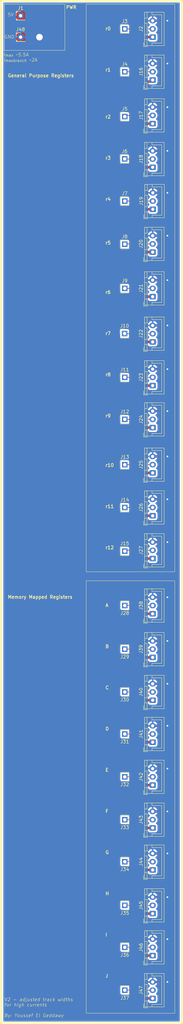
<source format=kicad_pcb>
(kicad_pcb (version 20240108) (generator "pcbnew") (generator_version "8.0")
  (layers (0 "F.Cu" signal) (31 "B.Cu" signal) (34 "B.Paste" user) (35 "F.Paste" user) (36 "B.SilkS" user "B.Silkscreen") (37 "F.SilkS" user "F.Silkscreen") (38 "B.Mask" user) (39 "F.Mask" user) (44 "Edge.Cuts" user))
  (net 0 "")
  (net 1 "GND")
  (net 2 "+5V")
  (net 3 "/r0")
  (net 4 "/r1")
  (net 5 "/r2")
  (net 6 "/r3")
  (net 7 "/r4")
  (net 8 "/r5")
  (net 9 "/r6")
  (net 10 "/r7")
  (net 11 "/r8")
  (net 12 "/r9")
  (net 13 "/r10")
  (net 14 "/r11")
  (net 15 "/r12")
  (net 16 "/A")
  (net 17 "/B")
  (net 18 "/C")
  (net 19 "/D")
  (net 20 "/E")
  (net 21 "/F")
  (net 22 "/G")
  (net 23 "/H")
  (net 24 "/I")
  (net 25 "/J")
  (footprint "Connector_PinHeader_2.54mm:PinHeader_1x01_P2.54mm_Vertical" (layer "F.Cu") (at 63.5 267 180)
    (property "Reference" "J33" (at 0 -2.33 180) (layer "F.SilkS"))
    (property "Value" "Conn_01x01")
    (pad "1" thru_hole rect (at 0 0 180) (size 1.7 1.7) (drill 1) (layers "*.Cu" "*.Mask") (net 21 "/F"))
  )
  (footprint "Connector_JST:JST_XH_B3B-XH-A_1x03_P2.50mm_Vertical" (layer "F.Cu") (at 72 321.25 90)
    (property "Reference" "J47" (at 2.5 -3.55 90) (layer "F.SilkS"))
    (property "Value" "Conn_01x03")
    (pad "1" thru_hole roundrect (at 0 0 90) (size 1.7 1.95) (drill 0.95) (layers "*.Cu" "*.Mask") (roundrect_rratio 0.147059) (net 2 "+5V"))
    (pad "2" thru_hole oval (at 2.5 0 90) (size 1.7 1.95) (drill 0.95) (layers "*.Cu" "*.Mask") (net 25 "/J"))
    (pad "3" thru_hole oval (at 5 0 90) (size 1.7 1.95) (drill 0.95) (layers "*.Cu" "*.Mask") (net 1 "GND"))
  )
  (footprint "Connector_PinHeader_2.54mm:PinHeader_1x01_P2.54mm_Vertical" (layer "F.Cu") (at 63.5 241 180)
    (property "Reference" "J31" (at 0 -2.33 180) (layer "F.SilkS"))
    (property "Value" "Conn_01x01")
    (pad "1" thru_hole rect (at 0 0 180) (size 1.7 1.7) (drill 1) (layers "*.Cu" "*.Mask") (net 19 "/D"))
  )
  (footprint "Connector_PinHeader_2.54mm:PinHeader_1x01_P2.54mm_Vertical" (layer "F.Cu") (at 63.5 305.75 180)
    (property "Reference" "J36" (at 0 -2.33 180) (layer "F.SilkS"))
    (property "Value" "Conn_01x01")
    (pad "1" thru_hole rect (at 0 0 180) (size 1.7 1.7) (drill 1) (layers "*.Cu" "*.Mask") (net 24 "/I"))
  )
  (footprint "Connector_PinHeader_2.54mm:PinHeader_1x01_P2.54mm_Vertical" (layer "F.Cu") (at 63.5 159.25)
    (property "Reference" "J13" (at 0 -2.33 0) (layer "F.SilkS"))
    (property "Value" "Conn_01x01")
    (pad "1" thru_hole rect (at 0 0) (size 1.7 1.7) (drill 1) (layers "*.Cu" "*.Mask") (net 13 "/r10"))
  )
  (footprint "Connector_PinHeader_2.54mm:PinHeader_1x01_P2.54mm_Vertical" (layer "F.Cu") (at 63.5 279.75 180)
    (property "Reference" "J34" (at 0 -2.33 180) (layer "F.SilkS"))
    (property "Value" "Conn_01x01")
    (pad "1" thru_hole rect (at 0 0 180) (size 1.7 1.7) (drill 1) (layers "*.Cu" "*.Mask") (net 22 "/G"))
  )
  (footprint "Connector_JST:JST_XH_B3B-XH-A_1x03_P2.50mm_Vertical" (layer "F.Cu") (at 72 42.5 90)
    (property "Reference" "J16" (at 2.5 -3.55 90) (layer "F.SilkS"))
    (property "Value" "Conn_01x03")
    (pad "1" thru_hole roundrect (at 0 0 90) (size 1.7 1.95) (drill 0.95) (layers "*.Cu" "*.Mask") (roundrect_rratio 0.147059) (net 2 "+5V"))
    (pad "2" thru_hole oval (at 2.5 0 90) (size 1.7 1.95) (drill 0.95) (layers "*.Cu" "*.Mask") (net 4 "/r1"))
    (pad "3" thru_hole oval (at 5 0 90) (size 1.7 1.95) (drill 0.95) (layers "*.Cu" "*.Mask") (net 1 "GND"))
  )
  (footprint "Connector_JST:JST_XH_B3B-XH-A_1x03_P2.50mm_Vertical" (layer "F.Cu") (at 72 308.25 90)
    (property "Reference" "J46" (at 2.5 -3.55 90) (layer "F.SilkS"))
    (property "Value" "Conn_01x03")
    (pad "1" thru_hole roundrect (at 0 0 90) (size 1.7 1.95) (drill 0.95) (layers "*.Cu" "*.Mask") (roundrect_rratio 0.147059) (net 2 "+5V"))
    (pad "2" thru_hole oval (at 2.5 0 90) (size 1.7 1.95) (drill 0.95) (layers "*.Cu" "*.Mask") (net 24 "/I"))
    (pad "3" thru_hole oval (at 5 0 90) (size 1.7 1.95) (drill 0.95) (layers "*.Cu" "*.Mask") (net 1 "GND"))
  )
  (footprint "Connector_JST:JST_XH_B3B-XH-A_1x03_P2.50mm_Vertical" (layer "F.Cu") (at 72 69 90)
    (property "Reference" "J18" (at 2.5 -3.55 90) (layer "F.SilkS"))
    (property "Value" "Conn_01x03")
    (pad "1" thru_hole roundrect (at 0 0 90) (size 1.7 1.95) (drill 0.95) (layers "*.Cu" "*.Mask") (roundrect_rratio 0.147059) (net 2 "+5V"))
    (pad "2" thru_hole oval (at 2.5 0 90) (size 1.7 1.95) (drill 0.95) (layers "*.Cu" "*.Mask") (net 6 "/r3"))
    (pad "3" thru_hole oval (at 5 0 90) (size 1.7 1.95) (drill 0.95) (layers "*.Cu" "*.Mask") (net 1 "GND"))
  )
  (footprint "Connector_PinHeader_2.54mm:PinHeader_1x01_P2.54mm_Vertical" (layer "F.Cu") (at 63.5 145.5)
    (property "Reference" "J12" (at 0 -2.33 0) (layer "F.SilkS"))
    (property "Value" "Conn_01x01")
    (pad "1" thru_hole rect (at 0 0) (size 1.7 1.7) (drill 1) (layers "*.Cu" "*.Mask") (net 12 "/r9"))
  )
  (footprint "Connector_JST:JST_XH_B3B-XH-A_1x03_P2.50mm_Vertical" (layer "F.Cu") (at 72.05 81.75 90)
    (property "Reference" "J19" (at 2.5 -3.55 90) (layer "F.SilkS"))
    (property "Value" "Conn_01x03")
    (pad "1" thru_hole roundrect (at 0 0 90) (size 1.7 1.95) (drill 0.95) (layers "*.Cu" "*.Mask") (roundrect_rratio 0.147059) (net 2 "+5V"))
    (pad "2" thru_hole oval (at 2.5 0 90) (size 1.7 1.95) (drill 0.95) (layers "*.Cu" "*.Mask") (net 7 "/r4"))
    (pad "3" thru_hole oval (at 5 0 90) (size 1.7 1.95) (drill 0.95) (layers "*.Cu" "*.Mask") (net 1 "GND"))
  )
  (footprint "Connector_JST:JST_XH_B3B-XH-A_1x03_P2.50mm_Vertical" (layer "F.Cu") (at 72 29.5 90)
    (property "Reference" "J2" (at 2.5 -3.55 90) (layer "F.SilkS"))
    (property "Value" "Conn_01x03")
    (pad "1" thru_hole roundrect (at 0 0 90) (size 1.7 1.95) (drill 0.95) (layers "*.Cu" "*.Mask") (roundrect_rratio 0.147059) (net 2 "+5V"))
    (pad "2" thru_hole oval (at 2.5 0 90) (size 1.7 1.95) (drill 0.95) (layers "*.Cu" "*.Mask") (net 3 "/r0"))
    (pad "3" thru_hole oval (at 5 0 90) (size 1.7 1.95) (drill 0.95) (layers "*.Cu" "*.Mask") (net 1 "GND"))
  )
  (footprint "Connector_PinHeader_2.54mm:PinHeader_1x01_P2.54mm_Vertical" (layer "F.Cu") (at 63.475 66.45)
    (property "Reference" "J6" (at 0 -2.33 0) (layer "F.SilkS"))
    (property "Value" "Conn_01x01")
    (pad "1" thru_hole rect (at 0 0) (size 1.7 1.7) (drill 1) (layers "*.Cu" "*.Mask") (net 6 "/r3"))
  )
  (footprint "Connector_JST:JST_XH_B3B-XH-A_1x03_P2.50mm_Vertical" (layer "F.Cu") (at 72 243.5 90)
    (property "Reference" "J41" (at 2.5 -3.55 90) (layer "F.SilkS"))
    (property "Value" "Conn_01x03")
    (pad "1" thru_hole roundrect (at 0 0 90) (size 1.7 1.95) (drill 0.95) (layers "*.Cu" "*.Mask") (roundrect_rratio 0.147059) (net 2 "+5V"))
    (pad "2" thru_hole oval (at 2.5 0 90) (size 1.7 1.95) (drill 0.95) (layers "*.Cu" "*.Mask") (net 19 "/D"))
    (pad "3" thru_hole oval (at 5 0 90) (size 1.7 1.95) (drill 0.95) (layers "*.Cu" "*.Mask") (net 1 "GND"))
  )
  (footprint "Connector_JST:JST_XH_B3B-XH-A_1x03_P2.50mm_Vertical" (layer "F.Cu") (at 72 108.25 90)
    (property "Reference" "J21" (at 2.5 -3.55 90) (layer "F.SilkS"))
    (property "Value" "Conn_01x03")
    (pad "1" thru_hole roundrect (at 0 0 90) (size 1.7 1.95) (drill 0.95) (layers "*.Cu" "*.Mask") (roundrect_rratio 0.147059) (net 2 "+5V"))
    (pad "2" thru_hole oval (at 2.5 0 90) (size 1.7 1.95) (drill 0.95) (layers "*.Cu" "*.Mask") (net 9 "/r6"))
    (pad "3" thru_hole oval (at 5 0 90) (size 1.7 1.95) (drill 0.95) (layers "*.Cu" "*.Mask") (net 1 "GND"))
  )
  (footprint "Connector_JST:JST_XH_B3B-XH-A_1x03_P2.50mm_Vertical" (layer "F.Cu") (at 72 55.75 90)
    (property "Reference" "J17" (at 2.5 -3.55 90) (layer "F.SilkS"))
    (property "Value" "Conn_01x03")
    (pad "1" thru_hole roundrect (at 0 0 90) (size 1.7 1.95) (drill 0.95) (layers "*.Cu" "*.Mask") (roundrect_rratio 0.147059) (net 2 "+5V"))
    (pad "2" thru_hole oval (at 2.5 0 90) (size 1.7 1.95) (drill 0.95) (layers "*.Cu" "*.Mask") (net 5 "/r2"))
    (pad "3" thru_hole oval (at 5 0 90) (size 1.7 1.95) (drill 0.95) (layers "*.Cu" "*.Mask") (net 1 "GND"))
  )
  (footprint "Connector_PinHeader_2.54mm:PinHeader_1x01_P2.54mm_Vertical" (layer "F.Cu") (at 31.75 29.5)
    (property "Reference" "J48" (at 0 -2.33 0) (layer "F.SilkS"))
    (property "Value" "Conn_01x01")
    (pad "1" thru_hole rect (at 0 0) (size 1.7 1.7) (drill 1) (layers "*.Cu" "*.Mask") (net 1 "GND"))
  )
  (footprint "Connector_PinHeader_2.54mm:PinHeader_1x01_P2.54mm_Vertical" (layer "F.Cu") (at 63.5 79.25)
    (property "Reference" "J7" (at 0 -2.33 0) (layer "F.SilkS"))
    (property "Value" "Conn_01x01")
    (pad "1" thru_hole rect (at 0 0) (size 1.7 1.7) (drill 1) (layers "*.Cu" "*.Mask") (net 7 "/r4"))
  )
  (footprint "Connector_PinHeader_2.54mm:PinHeader_1x01_P2.54mm_Vertical" (layer "F.Cu") (at 31.75 23)
    (property "Reference" "J1" (at 0 -2.33 0) (layer "F.SilkS"))
    (property "Value" "Conn_01x01")
    (pad "1" thru_hole rect (at 0 0) (size 1.7 1.7) (drill 1) (layers "*.Cu" "*.Mask") (net 2 "+5V"))
  )
  (footprint "Connector_PinHeader_2.54mm:PinHeader_1x01_P2.54mm_Vertical" (layer "F.Cu") (at 63.5 53.6)
    (property "Reference" "J5" (at 0 -2.33 0) (layer "F.SilkS"))
    (property "Value" "Conn_01x01")
    (pad "1" thru_hole rect (at 0 0) (size 1.7 1.7) (drill 1) (layers "*.Cu" "*.Mask") (net 5 "/r2"))
  )
  (footprint "Connector_JST:JST_XH_B3B-XH-A_1x03_P2.50mm_Vertical" (layer "F.Cu") (at 72 122 90)
    (property "Reference" "J22" (at 2.5 -3.55 90) (layer "F.SilkS"))
    (property "Value" "Conn_01x03")
    (pad "1" thru_hole roundrect (at 0 0 90) (size 1.7 1.95) (drill 0.95) (layers "*.Cu" "*.Mask") (roundrect_rratio 0.147059) (net 2 "+5V"))
    (pad "2" thru_hole oval (at 2.5 0 90) (size 1.7 1.95) (drill 0.95) (layers "*.Cu" "*.Mask") (net 10 "/r7"))
    (pad "3" thru_hole oval (at 5 0 90) (size 1.7 1.95) (drill 0.95) (layers "*.Cu" "*.Mask") (net 1 "GND"))
  )
  (footprint "Connector_PinHeader_2.54mm:PinHeader_1x01_P2.54mm_Vertical" (layer "F.Cu") (at 63.5 92.35)
    (property "Reference" "J8" (at 0 -2.33 0) (layer "F.SilkS"))
    (property "Value" "Conn_01x01")
    (pad "1" thru_hole rect (at 0 0) (size 1.7 1.7) (drill 1) (layers "*.Cu" "*.Mask") (net 8 "/r5"))
  )
  (footprint "Connector_PinHeader_2.54mm:PinHeader_1x01_P2.54mm_Vertical" (layer "F.Cu") (at 63.5 27)
    (property "Reference" "J3" (at 0 -2.33 0) (layer "F.SilkS"))
    (property "Value" "Conn_01x01")
    (pad "1" thru_hole rect (at 0 0) (size 1.7 1.7) (drill 1) (layers "*.Cu" "*.Mask") (net 3 "/r0"))
  )
  (footprint "Connector_JST:JST_XH_B3B-XH-A_1x03_P2.50mm_Vertical" (layer "F.Cu") (at 72 174.75 90)
    (property "Reference" "J26" (at 2.5 -3.55 90) (layer "F.SilkS"))
    (property "Value" "Conn_01x03")
    (pad "1" thru_hole roundrect (at 0 0 90) (size 1.7 1.95) (drill 0.95) (layers "*.Cu" "*.Mask") (roundrect_rratio 0.147059) (net 2 "+5V"))
    (pad "2" thru_hole oval (at 2.5 0 90) (size 1.7 1.95) (drill 0.95) (layers "*.Cu" "*.Mask") (net 14 "/r11"))
    (pad "3" thru_hole oval (at 5 0 90) (size 1.7 1.95) (drill 0.95) (layers "*.Cu" "*.Mask") (net 1 "GND"))
  )
  (footprint "Connector_PinHeader_2.54mm:PinHeader_1x01_P2.54mm_Vertical" (layer "F.Cu") (at 63.5 202 180)
    (property "Reference" "J28" (at 0 -2.33 180) (layer "F.SilkS"))
    (property "Value" "Conn_01x01")
    (pad "1" thru_hole rect (at 0 0 180) (size 1.7 1.7) (drill 1) (layers "*.Cu" "*.Mask") (net 16 "/A"))
  )
  (footprint "Connector_JST:JST_XH_B3B-XH-A_1x03_P2.50mm_Vertical" (layer "F.Cu") (at 72 161.75 90)
    (property "Reference" "J25" (at 2.5 -3.55 90) (layer "F.SilkS"))
    (property "Value" "Conn_01x03")
    (pad "1" thru_hole roundrect (at 0 0 90) (size 1.7 1.95) (drill 0.95) (layers "*.Cu" "*.Mask") (roundrect_rratio 0.147059) (net 2 "+5V"))
    (pad "2" thru_hole oval (at 2.5 0 90) (size 1.7 1.95) (drill 0.95) (layers "*.Cu" "*.Mask") (net 13 "/r10"))
    (pad "3" thru_hole oval (at 5 0 90) (size 1.7 1.95) (drill 0.95) (layers "*.Cu" "*.Mask") (net 1 "GND"))
  )
  (footprint "Connector_JST:JST_XH_B3B-XH-A_1x03_P2.50mm_Vertical" (layer "F.Cu") (at 72 295.5 90)
    (property "Reference" "J45" (at 2.5 -3.55 90) (layer "F.SilkS"))
    (property "Value" "Conn_01x03")
    (pad "1" thru_hole roundrect (at 0 0 90) (size 1.7 1.95) (drill 0.95) (layers "*.Cu" "*.Mask") (roundrect_rratio 0.147059) (net 2 "+5V"))
    (pad "2" thru_hole oval (at 2.5 0 90) (size 1.7 1.95) (drill 0.95) (layers "*.Cu" "*.Mask") (net 23 "/H"))
    (pad "3" thru_hole oval (at 5 0 90) (size 1.7 1.95) (drill 0.95) (layers "*.Cu" "*.Mask") (net 1 "GND"))
  )
  (footprint "Connector_JST:JST_XH_B3B-XH-A_1x03_P2.50mm_Vertical" (layer "F.Cu") (at 72 204.5 90)
    (property "Reference" "J38" (at 2.5 -3.55 90) (layer "F.SilkS"))
    (property "Value" "Conn_01x03")
    (pad "1" thru_hole roundrect (at 0 0 90) (size 1.7 1.95) (drill 0.95) (layers "*.Cu" "*.Mask") (roundrect_rratio 0.147059) (net 2 "+5V"))
    (pad "2" thru_hole oval (at 2.5 0 90) (size 1.7 1.95) (drill 0.95) (layers "*.Cu" "*.Mask") (net 16 "/A"))
    (pad "3" thru_hole oval (at 5 0 90) (size 1.7 1.95) (drill 0.95) (layers "*.Cu" "*.Mask") (net 1 "GND"))
  )
  (footprint "Connector_PinHeader_2.54mm:PinHeader_1x01_P2.54mm_Vertical" (layer "F.Cu") (at 63.5 215.25 180)
    (property "Reference" "J29" (at 0 -2.33 180) (layer "F.SilkS"))
    (property "Value" "Conn_01x01")
    (pad "1" thru_hole rect (at 0 0 180) (size 1.7 1.7) (drill 1) (layers "*.Cu" "*.Mask") (net 17 "/B"))
  )
  (footprint "Connector_PinHeader_2.54mm:PinHeader_1x01_P2.54mm_Vertical" (layer "F.Cu") (at 63.5 254 180)
    (property "Reference" "J32" (at 0 -2.33 180) (layer "F.SilkS"))
    (property "Value" "Conn_01x01")
    (pad "1" thru_hole rect (at 0 0 180) (size 1.7 1.7) (drill 1) (layers "*.Cu" "*.Mask") (net 20 "/E"))
  )
  (footprint "Connector_JST:JST_XH_B3B-XH-A_1x03_P2.50mm_Vertical" (layer "F.Cu") (at 72 217.75 90)
    (property "Reference" "J39" (at 2.5 -3.55 90) (layer "F.SilkS"))
    (property "Value" "Conn_01x03")
    (pad "1" thru_hole roundrect (at 0 0 90) (size 1.7 1.95) (drill 0.95) (layers "*.Cu" "*.Mask") (roundrect_rratio 0.147059) (net 2 "+5V"))
    (pad "2" thru_hole oval (at 2.5 0 90) (size 1.7 1.95) (drill 0.95) (layers "*.Cu" "*.Mask") (net 17 "/B"))
    (pad "3" thru_hole oval (at 5 0 90) (size 1.7 1.95) (drill 0.95) (layers "*.Cu" "*.Mask") (net 1 "GND"))
  )
  (footprint "Connector_PinHeader_2.54mm:PinHeader_1x01_P2.54mm_Vertical" (layer "F.Cu") (at 63.5 293 180)
    (property "Reference" "J35" (at 0 -2.33 180) (layer "F.SilkS"))
    (property "Value" "Conn_01x01")
    (pad "1" thru_hole rect (at 0 0 180) (size 1.7 1.7) (drill 1) (layers "*.Cu" "*.Mask") (net 23 "/H"))
  )
  (footprint "Connector_PinHeader_2.54mm:PinHeader_1x01_P2.54mm_Vertical" (layer "F.Cu") (at 63.5 172.25)
    (property "Reference" "J14" (at 0 -2.33 0) (layer "F.SilkS"))
    (property "Value" "Conn_01x01")
    (pad "1" thru_hole rect (at 0 0) (size 1.7 1.7) (drill 1) (layers "*.Cu" "*.Mask") (net 14 "/r11"))
  )
  (footprint "Connector_PinHeader_2.54mm:PinHeader_1x01_P2.54mm_Vertical" (layer "F.Cu") (at 63.5 105.75)
    (property "Reference" "J9" (at 0 -2.33 0) (layer "F.SilkS"))
    (property "Value" "Conn_01x01")
    (pad "1" thru_hole rect (at 0 0) (size 1.7 1.7) (drill 1) (layers "*.Cu" "*.Mask") (net 9 "/r6"))
  )
  (footprint "Connector_JST:JST_XH_B3B-XH-A_1x03_P2.50mm_Vertical" (layer "F.Cu") (at 72 282.25 90)
    (property "Reference" "J44" (at 2.5 -3.55 90) (layer "F.SilkS"))
    (property "Value" "Conn_01x03")
    (pad "1" thru_hole roundrect (at 0 0 90) (size 1.7 1.95) (drill 0.95) (layers "*.Cu" "*.Mask") (roundrect_rratio 0.147059) (net 2 "+5V"))
    (pad "2" thru_hole oval (at 2.5 0 90) (size 1.7 1.95) (drill 0.95) (layers "*.Cu" "*.Mask") (net 22 "/G"))
    (pad "3" thru_hole oval (at 5 0 90) (size 1.7 1.95) (drill 0.95) (layers "*.Cu" "*.Mask") (net 1 "GND"))
  )
  (footprint "Connector_PinHeader_2.54mm:PinHeader_1x01_P2.54mm_Vertical" (layer "F.Cu") (at 63.45 119.45)
    (property "Reference" "J10" (at 0 -2.33 0) (layer "F.SilkS"))
    (property "Value" "Conn_01x01")
    (pad "1" thru_hole rect (at 0 0) (size 1.7 1.7) (drill 1) (layers "*.Cu" "*.Mask") (net 10 "/r7"))
  )
  (footprint "Connector_JST:JST_XH_B3B-XH-A_1x03_P2.50mm_Vertical" (layer "F.Cu") (at 72 230.75 90)
    (property "Reference" "J40" (at 2.5 -3.55 90) (layer "F.SilkS"))
    (property "Value" "Conn_01x03")
    (pad "1" thru_hole roundrect (at 0 0 90) (size 1.7 1.95) (drill 0.95) (layers "*.Cu" "*.Mask") (roundrect_rratio 0.147059) (net 2 "+5V"))
    (pad "2" thru_hole oval (at 2.5 0 90) (size 1.7 1.95) (drill 0.95) (layers "*.Cu" "*.Mask") (net 18 "/C"))
    (pad "3" thru_hole oval (at 5 0 90) (size 1.7 1.95) (drill 0.95) (layers "*.Cu" "*.Mask") (net 1 "GND"))
  )
  (footprint "Connector_JST:JST_XH_B3B-XH-A_1x03_P2.50mm_Vertical" (layer "F.Cu") (at 72 135.25 90)
    (property "Reference" "J23" (at 2.5 -3.55 90) (layer "F.SilkS"))
    (property "Value" "Conn_01x03")
    (pad "1" thru_hole roundrect (at 0 0 90) (size 1.7 1.95) (drill 0.95) (layers "*.Cu" "*.Mask") (roundrect_rratio 0.147059) (net 2 "+5V"))
    (pad "2" thru_hole oval (at 2.5 0 90) (size 1.7 1.95) (drill 0.95) (layers "*.Cu" "*.Mask") (net 11 "/r8"))
    (pad "3" thru_hole oval (at 5 0 90) (size 1.7 1.95) (drill 0.95) (layers "*.Cu" "*.Mask") (net 1 "GND"))
  )
  (footprint "Connector_JST:JST_XH_B3B-XH-A_1x03_P2.50mm_Vertical" (layer "F.Cu") (at 72 269.5 90)
    (property "Reference" "J43" (at 2.5 -3.55 90) (layer "F.SilkS"))
    (property "Value" "Conn_01x03")
    (pad "1" thru_hole roundrect (at 0 0 90) (size 1.7 1.95) (drill 0.95) (layers "*.Cu" "*.Mask") (roundrect_rratio 0.147059) (net 2 "+5V"))
    (pad "2" thru_hole oval (at 2.5 0 90) (size 1.7 1.95) (drill 0.95) (layers "*.Cu" "*.Mask") (net 21 "/F"))
    (pad "3" thru_hole oval (at 5 0 90) (size 1.7 1.95) (drill 0.95) (layers "*.Cu" "*.Mask") (net 1 "GND"))
  )
  (footprint "Connector_PinHeader_2.54mm:PinHeader_1x01_P2.54mm_Vertical" (layer "F.Cu") (at 63.5 132.75)
    (property "Reference" "J11" (at 0 -2.33 0) (layer "F.SilkS"))
    (property "Value" "Conn_01x01")
    (pad "1" thru_hole rect (at 0 0) (size 1.7 1.7) (drill 1) (layers "*.Cu" "*.Mask") (net 11 "/r8"))
  )
  (footprint "Connector_JST:JST_XH_B3B-XH-A_1x03_P2.50mm_Vertical" (layer "F.Cu") (at 72 148 90)
    (property "Reference" "J24" (at 2.5 -3.55 90) (layer "F.SilkS"))
    (property "Value" "Conn_01x03")
    (pad "1" thru_hole roundrect (at 0 0 90) (size 1.7 1.95) (drill 0.95) (layers "*.Cu" "*.Mask") (roundrect_rratio 0.147059) (net 2 "+5V"))
    (pad "2" thru_hole oval (at 2.5 0 90) (size 1.7 1.95) (drill 0.95) (layers "*.Cu" "*.Mask") (net 12 "/r9"))
    (pad "3" thru_hole oval (at 5 0 90) (size 1.7 1.95) (drill 0.95) (layers "*.Cu" "*.Mask") (net 1 "GND"))
  )
  (footprint "Connector_PinHeader_2.54mm:PinHeader_1x01_P2.54mm_Vertical" (layer "F.Cu") (at 63.5 40)
    (property "Reference" "J4" (at 0 -2.33 0) (layer "F.SilkS"))
    (property "Value" "Conn_01x01")
    (pad "1" thru_hole rect (at 0 0) (size 1.7 1.7) (drill 1) (layers "*.Cu" "*.Mask") (net 4 "/r1"))
  )
  (footprint "Connector_JST:JST_XH_B3B-XH-A_1x03_P2.50mm_Vertical" (layer "F.Cu") (at 72 256.5 90)
    (property "Reference" "J42" (at 2.5 -3.55 90) (layer "F.SilkS"))
    (property "Value" "Conn_01x03")
    (pad "1" thru_hole roundrect (at 0 0 90) (size 1.7 1.95) (drill 0.95) (layers "*.Cu" "*.Mask") (roundrect_rratio 0.147059) (net 2 "+5V"))
    (pad "2" thru_hole oval (at 2.5 0 90) (size 1.7 1.95) (drill 0.95) (layers "*.Cu" "*.Mask") (net 20 "/E"))
    (pad "3" thru_hole oval (at 5 0 90) (size 1.7 1.95) (drill 0.95) (layers "*.Cu" "*.Mask") (net 1 "GND"))
  )
  (footprint "Connector_PinHeader_2.54mm:PinHeader_1x01_P2.54mm_Vertical" (layer "F.Cu") (at 63.5 318.75 180)
    (property "Reference" "J37" (at 0 -2.33 180) (layer "F.SilkS"))
    (property "Value" "Conn_01x01")
    (pad "1" thru_hole rect (at 0 0 180) (size 1.7 1.7) (drill 1) (layers "*.Cu" "*.Mask") (net 25 "/J"))
  )
  (footprint "Connector_PinHeader_2.54mm:PinHeader_1x01_P2.54mm_Vertical" (layer "F.Cu") (at 63.5 228.25 180)
    (property "Reference" "J30" (at 0 -2.33 180) (layer "F.SilkS"))
    (property "Value" "Conn_01x01")
    (pad "1" thru_hole rect (at 0 0 180) (size 1.7 1.7) (drill 1) (layers "*.Cu" "*.Mask") (net 18 "/C"))
  )
  (footprint "Connector_JST:JST_XH_B3B-XH-A_1x03_P2.50mm_Vertical" (layer "F.Cu") (at 72 94.75 90)
    (property "Reference" "J20" (at 2.5 -3.55 90) (layer "F.SilkS"))
    (property "Value" "Conn_01x03")
    (pad "1" thru_hole roundrect (at 0 0 90) (size 1.7 1.95) (drill 0.95) (layers "*.Cu" "*.Mask") (roundrect_rratio 0.147059) (net 2 "+5V"))
    (pad "2" thru_hole oval (at 2.5 0 90) (size 1.7 1.95) (drill 0.95) (layers "*.Cu" "*.Mask") (net 8 "/r5"))
    (pad "3" thru_hole oval (at 5 0 90) (size 1.7 1.95) (drill 0.95) (layers "*.Cu" "*.Mask") (net 1 "GND"))
  )
  (footprint "Connector_JST:JST_XH_B3B-XH-A_1x03_P2.50mm_Vertical" (layer "F.Cu") (at 72 187.75 90)
    (property "Reference" "J27" (at 2.5 -3.55 90) (layer "F.SilkS"))
    (property "Value" "Conn_01x03")
    (pad "1" thru_hole roundrect (at 0 0 90) (size 1.7 1.95) (drill 0.95) (layers "*.Cu" "*.Mask") (roundrect_rratio 0.147059) (net 2 "+5V"))
    (pad "2" thru_hole oval (at 2.5 0 90) (size 1.7 1.95) (drill 0.95) (layers "*.Cu" "*.Mask") (net 15 "/r12"))
    (pad "3" thru_hole oval (at 5 0 90) (size 1.7 1.95) (drill 0.95) (layers "*.Cu" "*.Mask") (net 1 "GND"))
  )
  (footprint "Connector_PinHeader_2.54mm:PinHeader_1x01_P2.54mm_Vertical" (layer "F.Cu") (at 63.5 185.5)
    (property "Reference" "J15" (at 0 -2.33 0) (layer "F.SilkS"))
    (property "Value" "Conn_01x01")
    (pad "1" thru_hole rect (at 0 0) (size 1.7 1.7) (drill 1) (layers "*.Cu" "*.Mask") (net 15 "/r12"))
  )
  (gr_rect (start 51.75 19.5) (end 78.75 191.75) (stroke (width 0.1)) (fill none) (layer "F.SilkS"))
  (gr_rect (start 25.75 18.5) (end 81 328.75) (stroke (width 0.5)) (fill none) (layer "F.SilkS"))
  (gr_rect (start 51.75 194.5) (end 78.75 325.75) (stroke (width 0.1)) (fill none) (layer "F.SilkS"))
  (gr_rect (start 26.75 19.5) (end 45.25 33.5) (stroke (width 0.1)) (fill none) (layer "F.SilkS"))
  (gr_line (start 81.25 18.25) (end 81.25 329) (stroke (width 0.05)) (layer "Edge.Cuts"))
  (gr_line (start 34.25 329) (end 25.5 329) (stroke (width 0.05)) (layer "Edge.Cuts"))
  (gr_line (start 25.5 329) (end 25.5 18.25) (stroke (width 0.05)) (layer "Edge.Cuts"))
  (gr_line (start 81.25 329) (end 34.25 329) (stroke (width 0.05)) (layer "Edge.Cuts"))
  (gr_line (start 25.5 18.25) (end 81.25 18.25) (stroke (width 0.05)) (layer "Edge.Cuts"))
  (gr_text "r5" (at 57.5 92.5 0) (layer "F.SilkS") (effects (font (size 1 1) (thickness 0.2) (bold yes)) (justify left bottom)))
  (gr_text "r0" (at 57.5 27.5 0) (layer "F.SilkS") (effects (font (size 1 1) (thickness 0.2) (bold yes)) (justify left bottom)))
  (gr_text "H" (at 57.5 290 0) (layer "F.SilkS") (effects (font (size 1 1) (thickness 0.2) (bold yes)) (justify left bottom)))
  (gr_text "A" (at 57.5 202.5 0) (layer "F.SilkS") (effects (font (size 1 1) (thickness 0.2) (bold yes)) (justify left bottom)))
  (gr_text "C" (at 57.5 227.5 0) (layer "F.SilkS") (effects (font (size 1 1) (thickness 0.2) (bold yes)) (justify left bottom)))
  (gr_text "r4" (at 57.5 79.25 0) (layer "F.SilkS") (effects (font (size 1 1) (thickness 0.2) (bold yes)) (justify left bottom)))
  (gr_text "B" (at 57.5 215 0) (layer "F.SilkS") (effects (font (size 1 1) (thickness 0.2) (bold yes)) (justify left bottom)))
  (gr_text "r10\n" (at 57.5 160 0) (layer "F.SilkS") (effects (font (size 1 1) (thickness 0.2) (bold yes)) (justify left bottom)))
  (gr_text "J" (at 57.5 315 0) (layer "F.SilkS") (effects (font (size 1 1) (thickness 0.2) (bold yes)) (justify left bottom)))
  (gr_text "General Purpose Registers" (at 27.75 41.75 0) (layer "F.SilkS") (effects (font (size 1 1) (thickness 0.2) (bold yes)) (justify left bottom)))
  (gr_text "r7" (at 57.5 120 0) (layer "F.SilkS") (effects (font (size 1 1) (thickness 0.2) (bold yes)) (justify left bottom)))
  (gr_text "I" (at 57.5 302.5 0) (layer "F.SilkS") (effects (font (size 1 1) (thickness 0.2) (bold yes)) (justify left bottom)))
  (gr_text "PWR" (at 45.5 21 0) (layer "F.SilkS") (effects (font (size 1 1) (thickness 0.2) (bold yes)) (justify left bottom)))
  (gr_text "G" (at 57.5 277.5 0) (layer "F.SilkS") (effects (font (size 1 1) (thickness 0.2) (bold yes)) (justify left bottom)))
  (gr_text "F" (at 57.5 265 0) (layer "F.SilkS") (effects (font (size 1 1) (thickness 0.2) (bold yes)) (justify left bottom)))
  (gr_text "Memory Mapped Registers" (at 27.75 200 0) (layer "F.SilkS") (effects (font (size 1 1) (thickness 0.2) (bold yes)) (justify left bottom)))
  (gr_text "r3" (at 57.5 66.75 0) (layer "F.SilkS") (effects (font (size 1 1) (thickness 0.2) (bold yes)) (justify left bottom)))
  (gr_text "GND" (at 26.75 30 0) (layer "F.SilkS") (effects (font (size 1 1) (thickness 0.1)) (justify left bottom)))
  (gr_text "r9" (at 57.5 145 0) (layer "F.SilkS") (effects (font (size 1 1) (thickness 0.2) (bold yes)) (justify left bottom)))
  (gr_text "r2" (at 57.5 54.25 0) (layer "F.SilkS") (effects (font (size 1 1) (thickness 0.2) (bold yes)) (justify left bottom)))
  (gr_text "r1" (at 57.5 40 0) (layer "F.SilkS") (effects (font (size 1 1) (thickness 0.2) (bold yes)) (justify left bottom)))
  (gr_text "V2 - adjusted track widths\nfor high currents\n\nBy: Youssef El Geddawy" (at 26.75 327 0) (layer "F.SilkS") (effects (font (size 1 1) (thickness 0.1) (italic yes)) (justify left bottom)))
  (gr_text "D" (at 57.5 240 0) (layer "F.SilkS") (effects (font (size 1 1) (thickness 0.2) (bold yes)) (justify left bottom)))
  (gr_text "r11" (at 57.5 172.5 0) (layer "F.SilkS") (effects (font (size 1 1) (thickness 0.2) (bold yes)) (justify left bottom)))
  (gr_text "r8" (at 57.5 132.5 0) (layer "F.SilkS") (effects (font (size 1 1) (thickness 0.2) (bold yes)) (justify left bottom)))
  (gr_text "r12" (at 57.5 185 0) (layer "F.SilkS") (effects (font (size 1 1) (thickness 0.2) (bold yes)) (justify left bottom)))
  (gr_text "E" (at 57.5 252.5 0) (layer "F.SilkS") (effects (font (size 1 1) (thickness 0.2) (bold yes)) (justify left bottom)))
  (gr_text "I_{max} ~5.5A\nI_{maxbranch} ~2A" (at 26.5 37 0) (layer "F.SilkS") (effects (font (size 1 1) (thickness 0.1) (italic yes)) (justify left bottom)))
  (gr_text "5V" (at 27.75 23.25 0) (layer "F.SilkS") (effects (font (size 1 1) (thickness 0.1)) (justify left bottom)))
  (gr_text "r6" (at 57.5 107.5 0) (layer "F.SilkS") (effects (font (size 1 1) (thickness 0.2) (bold yes)) (justify left bottom)))
  (segment (start 76.5 264.5) (end 72 264.5) (width 0.76) (layer "F.Cu") (net 1))
  (segment (start 35 29.5) (end 36.5 29.5) (width 3) (layer "F.Cu") (net 1))
  (segment (start 76.5 316.25) (end 72 316.25) (width 0.76) (layer "F.Cu") (net 1))
  (segment (start 76.5 212.75) (end 72 212.75) (width 0.76) (layer "F.Cu") (net 1))
  (segment (start 76.5 156.75) (end 72 156.75) (width 0.76) (layer "F.Cu") (net 1))
  (segment (start 76.625 24.375) (end 76.5 24.5) (width 0.2) (layer "F.Cu") (net 1))
  (segment (start 76.5 103.25) (end 72 103.25) (width 0.76) (layer "F.Cu") (net 1))
  (segment (start 76.5 290.5) (end 72 290.5) (width 0.76) (layer "F.Cu") (net 1))
  (segment (start 31.75 29.5) (end 35 29.5) (width 3) (layer "F.Cu") (net 1))
  (segment (start 76.5 303.25) (end 72 303.25) (width 0.76) (layer "F.Cu") (net 1))
  (segment (start 76.5 89.75) (end 72 89.75) (width 0.76) (layer "F.Cu") (net 1))
  (segment (start 76.5 199.5) (end 72 199.5) (width 0.76) (layer "F.Cu") (net 1))
  (segment (start 76.5 182.75) (end 72 182.75) (width 0.76) (layer "F.Cu") (net 1))
  (segment (start 76.5 130.25) (end 72 130.25) (width 0.76) (layer "F.Cu") (net 1))
  (segment (start 76.5 37.5) (end 72 37.5) (width 0.76) (layer "F.Cu") (net 1))
  (segment (start 76.5 117) (end 72 117) (width 0.76) (layer "F.Cu") (net 1))
  (segment (start 76.5 64) (end 72 64) (width 0.76) (layer "F.Cu") (net 1))
  (segment (start 76.5 76.75) (end 72 76.75) (width 0.76) (layer "F.Cu") (net 1))
  (segment (start 76.5 277.25) (end 72 277.25) (width 0.76) (layer "F.Cu") (net 1))
  (segment (start 76.5 251.5) (end 72 251.5) (width 0.76) (layer "F.Cu") (net 1))
  (segment (start 76.5 24.5) (end 72 24.5) (width 0.76) (layer "F.Cu") (net 1))
  (segment (start 76.5 225.75) (end 72 225.75) (width 0.76) (layer "F.Cu") (net 1))
  (segment (start 76.5 50.75) (end 72 50.75) (width 0.76) (layer "F.Cu") (net 1))
  (segment (start 76.5 143) (end 72 143) (width 0.76) (layer "F.Cu") (net 1))
  (segment (start 36.5 29.5) (end 37.5 29.5) (width 3) (layer "F.Cu") (net 1))
  (segment (start 76.5 169.75) (end 72 169.75) (width 0.76) (layer "F.Cu") (net 1))
  (segment (start 76.5 238.5) (end 72 238.5) (width 0.76) (layer "F.Cu") (net 1))
  (via (at 76.5 182.75) (size 1) (drill 0.5) (layers "F.Cu" "B.Cu") (net 1))
  (via (at 76.5 64) (size 1) (drill 0.5) (layers "F.Cu" "B.Cu") (net 1))
  (via (at 76.5 89.75) (size 1) (drill 0.5) (layers "F.Cu" "B.Cu") (net 1))
  (via (at 76.5 251.5) (size 1) (drill 0.5) (layers "F.Cu" "B.Cu") (net 1))
  (via (at 76.5 169.75) (size 1) (drill 0.5) (layers "F.Cu" "B.Cu") (net 1))
  (via (at 76.5 199.5) (size 1) (drill 0.5) (layers "F.Cu" "B.Cu") (net 1))
  (via (at 76.5 24.5) (size 1) (drill 0.5) (layers "F.Cu" "B.Cu") (net 1))
  (via (at 76.5 37.5) (size 1) (drill 0.5) (layers "F.Cu" "B.Cu") (net 1))
  (via (at 37.5 29.5) (size 4) (drill 2) (layers "F.Cu" "B.Cu") (net 1))
  (via (at 76.5 225.75) (size 1) (drill 0.5) (layers "F.Cu" "B.Cu") (net 1))
  (via (at 76.5 156.75) (size 1) (drill 0.5) (layers "F.Cu" "B.Cu") (net 1))
  (via (at 76.5 117) (size 1) (drill 0.5) (layers "F.Cu" "B.Cu") (net 1))
  (via (at 76.5 290.5) (size 1) (drill 0.5) (layers "F.Cu" "B.Cu") (net 1))
  (via (at 76.5 143) (size 1) (drill 0.5) (layers "F.Cu" "B.Cu") (net 1))
  (via (at 76.5 130.25) (size 1) (drill 0.5) (layers "F.Cu" "B.Cu") (net 1))
  (via (at 76.5 212.75) (size 1) (drill 0.5) (layers "F.Cu" "B.Cu") (net 1))
  (via (at 76.5 316.25) (size 1) (drill 0.5) (layers "F.Cu" "B.Cu") (net 1))
  (via (at 76.5 50.75) (size 1) (drill 0.5) (layers "F.Cu" "B.Cu") (net 1))
  (via (at 76.5 303.25) (size 1) (drill 0.5) (layers "F.Cu" "B.Cu") (net 1))
  (via (at 76.5 238.5) (size 1) (drill 0.5) (layers "F.Cu" "B.Cu") (net 1))
  (via (at 76.5 103.25) (size 1) (drill 0.5) (layers "F.Cu" "B.Cu") (net 1))
  (via (at 76.5 76.75) (size 1) (drill 0.5) (layers "F.Cu" "B.Cu") (net 1))
  (via (at 76.5 264.5) (size 1) (drill 0.5) (layers "F.Cu" "B.Cu") (net 1))
  (via (at 76.5 277.25) (size 1) (drill 0.5) (layers "F.Cu" "B.Cu") (net 1))
  (segment (start 48 256.5) (end 42.75 251.25) (width 0.76) (layer "F.Cu") (net 2))
  (segment (start 31.75 23) (end 37.75 23) (width 3) (layer "F.Cu") (net 2))
  (segment (start 42.75 81) (end 42.75 93.25) (width 3) (layer "F.Cu") (net 2))
  (segment (start 42.75 41.75) (end 42.75 55) (width 3) (layer "F.Cu") (net 2))
  (segment (start 47.5 122) (end 42.75 117.25) (width 0.76) (layer "F.Cu") (net 2))
  (segment (start 72.3 94.75) (end 48 94.75) (width 0.76) (layer "F.Cu") (net 2))
  (segment (start 46.25 308.25) (end 72 308.25) (width 0.76) (layer "F.Cu") (net 2))
  (segment (start 46 295.5) (end 42.75 292.25) (width 0.76) (layer "F.Cu") (net 2))
  (segment (start 72 204.5) (end 47.25 204.5) (width 0.76) (layer "F.Cu") (net 2))
  (segment (start 72 269.5) (end 47.25 269.5) (width 0.76) (layer "F.Cu") (net 2))
  (segment (start 72 135.25) (end 47.75 135.25) (width 0.76) (layer "F.Cu") (net 2))
  (segment (start 47.25 204.5) (end 42.75 200) (width 0.76) (layer "F.Cu") (net 2))
  (segment (start 47.25 161.75) (end 42.75 157.25) (width 0.76) (layer "F.Cu") (net 2))
  (segment (start 48 94.75) (end 42.75 89.5) (width 0.76) (layer "F.Cu") (net 2))
  (segment (start 47.5 230.75) (end 42.75 226) (width 0.76) (layer "F.Cu") (net 2))
  (segment (start 42.75 304.75) (end 46.25 308.25) (width 0.76) (layer "F.Cu") (net 2))
  (segment (start 72 243.5) (end 47.5 243.5) (width 0.76) (layer "F.Cu") (net 2))
  (segment (start 72 295.5) (end 46 295.5) (width 0.76) (layer "F.Cu") (net 2))
  (segment (start 42.75 134) (end 42.75 146.5) (width 3) (layer "F.Cu") (net 2))
  (segment (start 42.75 319.75) (end 44.25 321.25) (width 0.76) (layer "F.Cu") (net 2))
  (segment (start 47.75 135.25) (end 42.75 130.25) (width 0.76) (layer "F.Cu") (net 2))
  (segment (start 44.25 321.25) (end 72 321.25) (width 0.76) (layer "F.Cu") (net 2))
  (segment (start 42.75 68.25) (end 42.75 81) (width 3) (layer "F.Cu") (net 2))
  (segment (start 72 230.75) (end 47.5 230.75) (width 0.76) (layer "F.Cu") (net 2))
  (segment (start 72.75 122) (end 47.5 122) (width 0.76) (layer "F.Cu") (net 2))
  (segment (start 47.75 217.75) (end 42.75 212.75) (width 0.76) (layer "F.Cu") (net 2))
  (segment (start 46.75 282.25) (end 42.75 278.25) (width 0.76) (layer "F.Cu") (net 2))
  (segment (start 42.75 28) (end 42.75 41.75) (width 3) (layer "F.Cu") (net 2))
  (segment (start 71.8 55.75) (end 48.25 55.75) (width 0.76) (layer "F.Cu") (net 2))
  (segment (start 72 174.75) (end 48 174.75) (width 0.76) (layer "F.Cu") (net 2))
  (segment (start 72 217.75) (end 47.75 217.75) (width 0.76) (layer "F.Cu") (net 2))
  (segment (start 72 29.5) (end 44.25 29.5) (width 0.76) (layer "F.Cu") (net 2))
  (segment (start 42.75 159.75) (end 42.75 172.75) (width 3) (layer "F.Cu") (net 2))
  (segment (start 47 81.75) (end 42.75 77.5) (width 0.76) (layer "F.Cu") (net 2))
  (segment (start 72.05 81.75) (end 47 81.75) (width 0.76) (layer "F.Cu") (net 2))
  (segment (start 72 161.75) (end 47.25 161.75) (width 0.76) (layer "F.Cu") (net 2))
  (segment (start 72 256.5) (end 48 256.5) (width 0.76) (layer "F.Cu") (net 2))
  (segment (start 42.75 120.75) (end 42.75 134) (width 3) (layer "F.Cu") (net 2))
  (segment (start 47.25 269.5) (end 42.75 265) (width 0.76) (layer "F.Cu") (net 2))
  (segment (start 48 187.75) (end 42.75 182.5) (width 0.76) (layer "F.Cu") (net 2))
  (segment (start 42.75 93.25) (end 42.75 107) (width 3) (layer "F.Cu") (net 2))
  (segment (start 71.8 69) (end 47.75 69) (width 0.76) (layer "F.Cu") (net 2))
  (segment (start 47.5 243.5) (end 42.75 238.75) (width 0.76) (layer "F.Cu") (net 2))
  (segment (start 47.5 108.25) (end 42.75 103.5) (width 0.76) (layer "F.Cu") (net 2))
  (segment (start 47.75 69) (end 42.75 64) (width 0.76) (layer "F.Cu") (net 2))
  (segment (start 72 187.75) (end 48 187.75) (width 0.76) (layer "F.Cu") (net 2))
  (segment (start 42.75 186.5) (end 42.75 319.75) (width 3) (layer "F.Cu") (net 2))
  (segment (start 72 43) (end 47 43) (width 0.76) (layer "F.Cu") (net 2))
  (segment (start 47 43) (end 42.75 38.75) (width 0.76) (layer "F.Cu") (net 2))
  (segment (start 44.25 29.5) (end 40.75 26) (width 0.76) (layer "F.Cu") (net 2))
  (segment (start 72.55 108.25) (end 47.5 108.25) (width 0.76) (layer "F.Cu") (net 2))
  (segment (start 42.75 172.75) (end 42.75 186.5) (width 3) (layer "F.Cu") (net 2))
  (segment (start 47.75 148) (end 42.75 143) (width 0.76) (layer "F.Cu") (net 2))
  (segment (start 42.75 146.5) (end 42.75 159.75) (width 3) (layer "F.Cu") (net 2))
  (segment (start 72 148) (end 47.75 148) (width 0.76) (layer "F.Cu") (net 2))
  (segment (start 48 174.75) (end 42.75 169.5) (width 0.76) (layer "F.Cu") (net 2))
  (segment (start 42.75 55) (end 42.75 68.25) (width 3) (layer "F.Cu") (net 2))
  (segment (start 72 282.25) (end 46.75 282.25) (width 0.76) (layer "F.Cu") (net 2))
  (segment (start 42.75 107) (end 42.75 120.75) (width 3) (layer "F.Cu") (net 2))
  (segment (start 37.75 23) (end 42.75 28) (width 3) (layer "F.Cu") (net 2))
  (segment (start 48.25 55.75) (end 42.75 50.25) (width 0.76) (layer "F.Cu") (net 2))
  (segment (start 72 27) (end 63.5 27) (width 0.2) (layer "F.Cu") (net 3))
  (segment (start 72 40) (end 63.5 40) (width 0.2) (layer "F.Cu") (net 4))
  (segment (start 71.8 53.25) (end 63.85 53.25) (width 0.2) (layer "F.Cu") (net 5))
  (segment (start 63.85 53.25) (end 63.5 53.6) (width 0.2) (layer "F.Cu") (net 5))
  (segment (start 71.275 66.5) (end 63.525 66.5) (width 0.2) (layer "F.Cu") (net 6))
  (segment (start 63.525 66.5) (end 63.475 66.45) (width 0.2) (layer "F.Cu") (net 6))
  (segment (start 72.05 79.25) (end 63.5 79.25) (width 0.2) (layer "F.Cu") (net 7))
  (segment (start 63.6 92.25) (end 63.5 92.35) (width 0.2) (layer "F.Cu") (net 8))
  (segment (start 72.05 92.25) (end 63.6 92.25) (width 0.2) (layer "F.Cu") (net 8))
  (segment (start 65 105.75) (end 63.5 105.75) (width 0.2) (layer "F.Cu") (net 9))
  (segment (start 72.55 105.75) (end 65 105.75) (width 0.2) (layer "F.Cu") (net 9))
  (segment (start 62.9 119.5) (end 62.85 119.45) (width 0.2) (layer "F.Cu") (net 10))
  (segment (start 72 119.5) (end 63.5 119.5) (width 0.2) (layer "F.Cu") (net 10))
  (segment (start 72 132.75) (end 63.5 132.75) (width 0.2) (layer "F.Cu") (net 11))
  (segment (start 72 145.5) (end 63.5 145.5) (width 0.2) (layer "F.Cu") (net 12))
  (segment (start 64 145) (end 63.5 145.5) (width 0.2) (layer "F.Cu") (net 12))
  (segment (start 71.85 159.25) (end 64.1 159.25) (width 0.2) (layer "F.Cu") (net 13))
  (segment (start 64.1 159.85) (end 63.5 159.25) (width 0.2) (layer "F.Cu") (net 13))
  (segment (start 72 172.25) (end 63.1 172.25) (width 0.2) (layer "F.Cu") (net 14))
  (segment (start 72.5 172.25) (end 72 171.75) (width 0.2) (layer "F.Cu") (net 14))
  (segment (start 72.75 172.25) (end 72.5 172.25) (width 0.2) (layer "F.Cu") (net 14))
  (segment (start 63.75 185.25) (end 63.5 185.5) (width 0.2) (layer "F.Cu") (net 15))
  (segment (start 72 185.25) (end 63.75 185.25) (width 0.2) (layer "F.Cu") (net 15))
  (segment (start 63.5 202) (end 72 202) (width 0.2) (layer "F.Cu") (net 16))
  (segment (start 63.5 215.25) (end 72.25 215.25) (width 0.2) (layer "F.Cu") (net 17))
  (segment (start 63.05 228.25) (end 72 228.25) (width 0.2) (layer "F.Cu") (net 18))
  (segment (start 63.5 241) (end 72.45 241) (width 0.2) (layer "F.Cu") (net 19))
  (segment (start 63.5 254) (end 72.75 254) (width 0.2) (layer "F.Cu") (net 20))
  (segment (start 63.5 267) (end 72.45 267) (width 0.2) (layer "F.Cu") (net 21))
  (segment (start 63.5 279.75) (end 72.5 279.75) (width 0.2) (layer "F.Cu") (net 22))
  (segment (start 63.5 293) (end 72.7 293) (width 0.2) (layer "F.Cu") (net 23))
  (segment (start 63.5 305.75) (end 72 305.75) (width 0.2) (layer "F.Cu") (net 24))
  (segment (start 63.5 318.75) (end 72 318.75) (width 0.2) (layer "F.Cu") (net 25))
  (zone (net 1) (net_name "GND") (layer "B.Cu") (connect_pads (clearance 0.5)) (min_thickness 0.25) (fill yes (thermal_gap 0.5) (thermal_bridge_width 0.5))
    (polygon (pts (xy 26.5 19) (xy 80.25 19) (xy 80.25 328.25) (xy 26.5 328.25)))
  )
)
</source>
